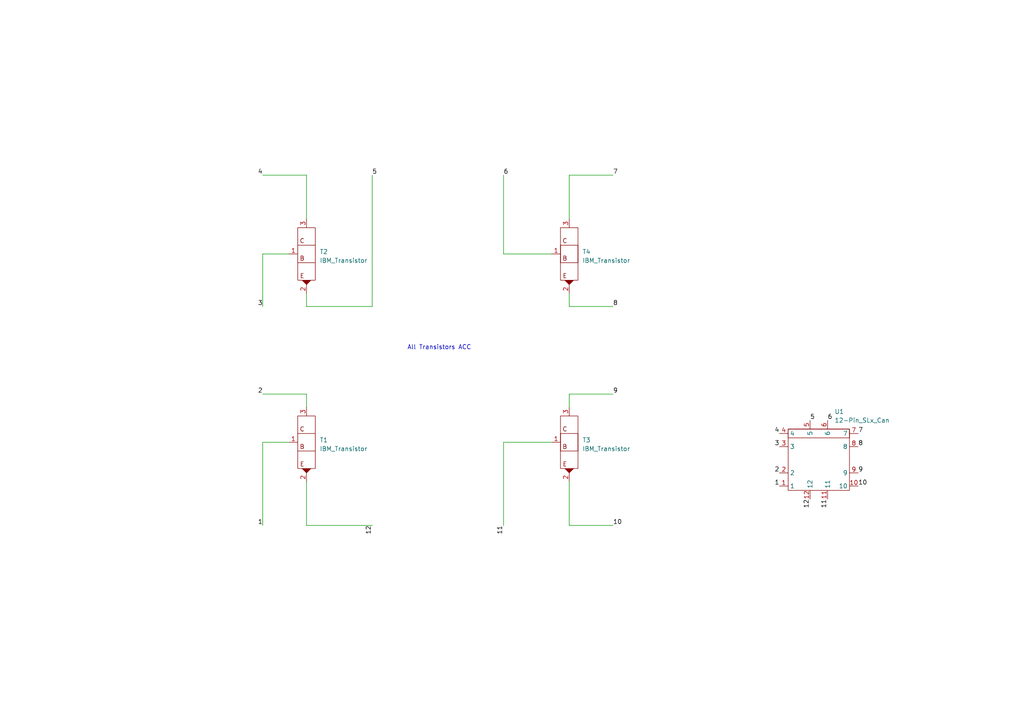
<source format=kicad_sch>
(kicad_sch (version 20211123) (generator eeschema)
  (paper "A4")
  (lib_symbols
    (symbol "IBM_SLT-SLD:12-Pin_SLx_Can"
      (property "Reference" "U" (at 0 -2.54 0))
      (property "Value" "12-Pin_SLx_Can" (at 0 0 0))
      (symbol "12-Pin_SLx_Can_0_1"
        (rectangle (start -8.89 8.89) (end 8.89 -8.89))
        (rectangle (start -8.89 8.89) (end 8.89 6.35))
      )
      (symbol "12-Pin_SLx_Can_1_1"
        (pin passive line (at -11.43 -7.62 0) (length 2.54) (name "1") (number "1"))
        (pin passive line (at 11.43 -7.62 180) (length 2.54) (name "10") (number "10"))
        (pin passive line (at 2.54 -11.43 90) (length 2.54) (name "11") (number "11"))
        (pin passive line (at -2.54 -11.43 90) (length 2.54) (name "12") (number "12"))
        (pin passive line (at -11.43 -3.81 0) (length 2.54) (name "2") (number "2"))
        (pin passive line (at -11.43 3.81 0) (length 2.54) (name "3") (number "3"))
        (pin passive line (at -11.43 7.62 0) (length 2.54) (name "4") (number "4"))
        (pin passive line (at -2.54 11.43 270) (length 2.54) (name "5") (number "5"))
        (pin passive line (at 2.54 11.43 270) (length 2.54) (name "6") (number "6"))
        (pin passive line (at 11.43 7.62 180) (length 2.54) (name "7") (number "7"))
        (pin passive line (at 11.43 3.81 180) (length 2.54) (name "8") (number "8"))
        (pin passive line (at 11.43 -3.81 180) (length 2.54) (name "9") (number "9"))
      )
    )
    (symbol "IBM_SLT-SLD:IBM_Transistor"
      (property "Reference" "T" (at 0 5.08 0))
      (property "Value" "IBM_Transistor" (at 7.62 8.89 0))
      (symbol "IBM_Transistor_0_0"
        (text "B" (at -1.27 -1.27 0) (effects (font (size 1.27 1.27))))
        (text "C" (at -1.27 3.81 0) (effects (font (size 1.27 1.27))))
        (text "E" (at -1.27 -6.35 0) (effects (font (size 1.27 1.27))))
      )
      (symbol "IBM_Transistor_0_1"
        (rectangle (start -2.54 2.54) (end 2.54 -2.54))
        (rectangle (start -2.54 7.62) (end 2.54 -7.62))
        (polyline (pts (xy -1.27 -7.62) (xy 0 -8.89) (xy 1.27 -7.62)) (fill (type outline)))
      )
      (symbol "IBM_Transistor_1_1"
        (pin passive line (at -5.08 0 0) (length 2.54) (name "B") (number "1"))
        (pin passive line (at 0 -11.43 90) (length 2.54) (name "E") (number "2"))
        (pin passive line (at 0 10.16 270) (length 2.54) (name "C") (number "3"))
      )
    )
  )
  (wire (pts (xy 76.2 114.3) (xy 88.9 114.3)))
  (wire (pts (xy 165.1 63.5) (xy 165.1 50.8)))
  (wire (pts (xy 165.1 50.8) (xy 177.8 50.8)))
  (wire (pts (xy 88.9 114.3) (xy 88.9 118.11)))
  (wire (pts (xy 165.1 88.9) (xy 177.8 88.9)))
  (wire (pts (xy 165.1 118.11) (xy 165.1 114.3)))
  (wire (pts (xy 88.9 88.9) (xy 107.95 88.9)))
  (wire (pts (xy 83.82 73.66) (xy 76.2 73.66)))
  (wire (pts (xy 160.02 128.27) (xy 146.05 128.27)))
  (wire (pts (xy 146.05 128.27) (xy 146.05 152.4)))
  (wire (pts (xy 165.1 114.3) (xy 177.8 114.3)))
  (wire (pts (xy 76.2 152.4) (xy 76.2 128.27)))
  (wire (pts (xy 107.95 88.9) (xy 107.95 50.8)))
  (wire (pts (xy 88.9 85.09) (xy 88.9 88.9)))
  (wire (pts (xy 88.9 152.4) (xy 107.95 152.4)))
  (wire (pts (xy 165.1 152.4) (xy 177.8 152.4)))
  (wire (pts (xy 76.2 73.66) (xy 76.2 88.9)))
  (wire (pts (xy 88.9 50.8) (xy 76.2 50.8)))
  (wire (pts (xy 160.02 73.66) (xy 146.05 73.66)))
  (wire (pts (xy 76.2 128.27) (xy 83.82 128.27)))
  (wire (pts (xy 88.9 63.5) (xy 88.9 50.8)))
  (wire (pts (xy 165.1 85.09) (xy 165.1 88.9)))
  (wire (pts (xy 88.9 139.7) (xy 88.9 152.4)))
  (wire (pts (xy 165.1 139.7) (xy 165.1 152.4)))
  (wire (pts (xy 146.05 73.66) (xy 146.05 50.8)))
  (text "All Transistors ACC" (at 118.11 101.6 0) (effects (font (size 1.27 1.27)) (justify left bottom)))
  (label "9" (at 248.92 137.16 0))
  (label "12" (at 107.95 152.4 270))
  (label "7" (at 248.92 125.73 0))
  (label "3" (at 76.2 88.9 180))
  (label "4" (at 76.2 50.8 180))
  (label "5" (at 107.95 50.8 0))
  (label "2" (at 76.2 114.3 180))
  (label "5" (at 234.95 121.92 0))
  (label "11" (at 240.03 144.78 270))
  (label "6" (at 146.05 50.8 0))
  (label "1" (at 76.2 152.4 180))
  (label "8" (at 177.8 88.9 0))
  (label "4" (at 226.06 125.73 180))
  (label "10" (at 248.92 140.97 0))
  (label "3" (at 226.06 129.54 180))
  (label "11" (at 146.05 152.4 270))
  (label "8" (at 248.92 129.54 0))
  (label "1" (at 226.06 140.97 180))
  (label "10" (at 177.8 152.4 0))
  (label "12" (at 234.95 144.78 270))
  (label "7" (at 177.8 50.8 0))
  (label "2" (at 226.06 137.16 180))
  (label "6" (at 240.03 121.92 0))
  (label "9" (at 177.8 114.3 0))
  (symbol (lib_id "IBM_SLT-SLD:IBM_Transistor") (at 88.9 128.27 0) (unit 1)
    (property "Reference" "T1" (at 92.71 127.6349 0) (effects (justify left)))
    (property "Value" "IBM_Transistor" (at 92.71 130.1749 0) (effects (justify left)))
  )
  (symbol (lib_id "IBM_SLT-SLD:IBM_Transistor") (at 165.1 128.27 0) (unit 1)
    (property "Reference" "T3" (at 168.91 127.6349 0) (effects (justify left)))
    (property "Value" "IBM_Transistor" (at 168.91 130.1749 0) (effects (justify left)))
  )
  (symbol (lib_id "IBM_SLT-SLD:12-Pin_SLx_Can") (at 237.49 133.35 0) (unit 1)
    (property "Reference" "U1" (at 242.0494 119.38 0) (effects (justify left)))
    (property "Value" "12-Pin_SLx_Can" (at 242.0494 121.92 0) (effects (justify left)))
    (property "Footprint" "IBM_SLT-SLD:12-Pin_SLx_Can" (effects hide))
  )
  (symbol (lib_id "IBM_SLT-SLD:IBM_Transistor") (at 88.9 73.66 0) (unit 1)
    (property "Reference" "T2" (at 92.71 73.0249 0) (effects (justify left)))
    (property "Value" "IBM_Transistor" (at 92.71 75.5649 0) (effects (justify left)))
  )
  (symbol (lib_id "IBM_SLT-SLD:IBM_Transistor") (at 165.1 73.66 0) (unit 1)
    (property "Reference" "T4" (at 168.91 73.0249 0) (effects (justify left)))
    (property "Value" "IBM_Transistor" (at 168.91 75.5649 0) (effects (justify left)))
  )
)
</source>
